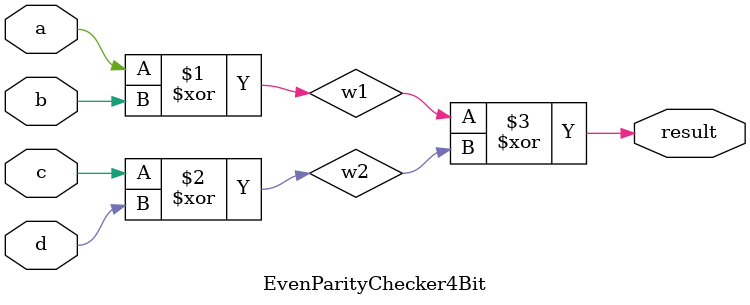
<source format=v>
`timescale 1ns / 1ps



module EvenParityChecker4Bit(
    input a, b, c, d,
    output result
    );
    
    wire w1, w2;
    
    xor (w1, a, b); //a xor b to w1
    xor (w2, c, d); //c xor b to w2
    xor (result, w1, w2); //w1 xor w2 to result
    
endmodule


//Data Flow Modeling
/*
module EvenParityChecker4Bit(
    input a, b, c, d,
    output result
    );

    assign result = (a ^ b) ^ (c ^ d);
    
endmodule*/
</source>
